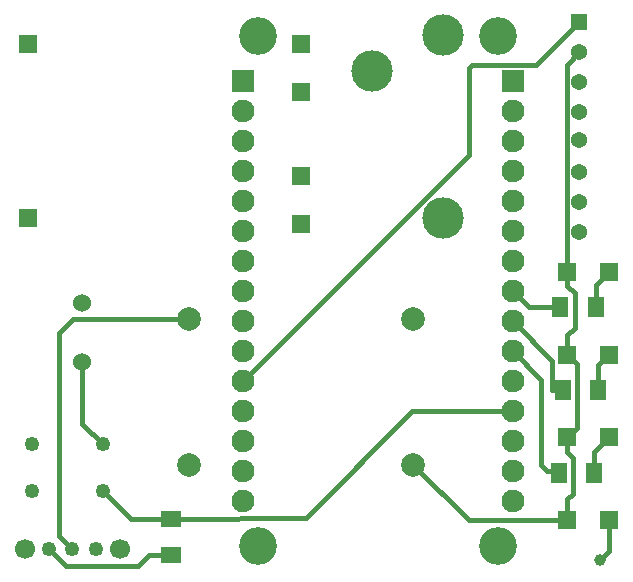
<source format=gtl>
G04*
G04 #@! TF.GenerationSoftware,Altium Limited,Altium Designer,22.0.2 (36)*
G04*
G04 Layer_Physical_Order=1*
G04 Layer_Color=255*
%FSLAX25Y25*%
%MOIN*%
G70*
G04*
G04 #@! TF.SameCoordinates,3FE311A2-DF91-43EC-BEA0-AB145DDAB98B*
G04*
G04*
G04 #@! TF.FilePolarity,Positive*
G04*
G01*
G75*
%ADD28R,0.06890X0.05512*%
%ADD29R,0.05906X0.05906*%
%ADD30R,0.05512X0.06890*%
%ADD31C,0.01500*%
%ADD32C,0.07874*%
%ADD33C,0.04921*%
%ADD34C,0.06000*%
%ADD35C,0.13780*%
%ADD36R,0.05394X0.05394*%
%ADD37C,0.05394*%
%ADD38R,0.06200X0.06200*%
%ADD39C,0.06693*%
%ADD40C,0.12598*%
%ADD41C,0.07598*%
%ADD42R,0.07598X0.07598*%
%ADD43C,0.03937*%
D28*
X262400Y63206D02*
D03*
Y51395D02*
D03*
D29*
X408465Y62992D02*
D03*
X394685D02*
D03*
X408464Y118110D02*
D03*
X394685D02*
D03*
X408465Y145669D02*
D03*
X394685D02*
D03*
X408465Y90551D02*
D03*
X394685D02*
D03*
D30*
X392338Y133858D02*
D03*
X404149D02*
D03*
X393069Y106299D02*
D03*
X404880D02*
D03*
X391732Y78740D02*
D03*
X403543D02*
D03*
D31*
X405512Y49612D02*
X408465Y52565D01*
Y62992D01*
X343234Y81474D02*
X361716Y62992D01*
X394685D01*
X262399Y63341D02*
X307500Y63800D01*
X249032Y63206D02*
X262399Y63341D01*
X388000Y79400D02*
X391732D01*
X389600Y106200D02*
Y116021D01*
Y106200D02*
X393069D01*
X239711Y72526D02*
X249032Y63206D01*
X307500Y63800D02*
X342916Y99216D01*
X376405D01*
X394685Y90551D02*
X397800Y93666D01*
Y114995D01*
X394685Y118110D02*
X397800Y114995D01*
X381763Y133858D02*
X392338D01*
X376405Y139216D02*
X381763Y133858D01*
X229699Y129899D02*
X268431D01*
X225100Y125300D02*
X229699Y129899D01*
X225100Y57700D02*
Y125300D01*
Y57700D02*
X229400Y53400D01*
X403543Y78740D02*
Y85630D01*
X408465Y90551D01*
X404880Y106299D02*
Y114526D01*
X408464Y118110D01*
X404149Y133858D02*
Y141353D01*
X408465Y145669D01*
X232900Y95085D02*
Y115500D01*
Y95085D02*
X239711Y88274D01*
X249032Y63206D02*
X262400D01*
X384180Y214600D02*
X398690Y229110D01*
X362900Y214600D02*
X384180D01*
X361800Y213500D02*
X362900Y214600D01*
X361800Y184610D02*
Y213500D01*
X286405Y109216D02*
X361800Y184610D01*
X393069Y106200D02*
Y106299D01*
X376405Y129216D02*
X389600Y116021D01*
X391732Y78740D02*
Y79400D01*
X386000Y81400D02*
X388000Y79400D01*
X386000Y81400D02*
Y109621D01*
X376405Y119216D02*
X386000Y109621D01*
X394685Y145669D02*
Y154900D01*
X394400Y155185D02*
X394685Y154900D01*
X394400Y155185D02*
Y214820D01*
X398690Y219110D01*
X255200Y51395D02*
X262400D01*
X251505Y47700D02*
X255200Y51395D01*
X227600Y47700D02*
X251505D01*
X221900Y53400D02*
X227600Y47700D01*
X394685Y140915D02*
Y145669D01*
Y140915D02*
X397100Y138500D01*
Y127115D02*
Y138500D01*
X394685Y124700D02*
X397100Y127115D01*
X394685Y118110D02*
Y124700D01*
X394685Y85515D02*
Y90551D01*
Y85515D02*
X396500Y83700D01*
Y71715D02*
Y83700D01*
X394685Y69900D02*
X396500Y71715D01*
X394685Y62992D02*
Y69900D01*
D32*
X268431Y129899D02*
D03*
X343234D02*
D03*
Y81474D02*
D03*
X268431D02*
D03*
D33*
X239711Y88274D02*
D03*
X216089D02*
D03*
X239711Y72526D02*
D03*
X216089D02*
D03*
X221900Y53400D02*
D03*
X229400D02*
D03*
X237400D02*
D03*
D34*
X232900Y115500D02*
D03*
Y135185D02*
D03*
D35*
X353300Y163721D02*
D03*
Y224500D02*
D03*
X329400Y212800D02*
D03*
D36*
X398690Y229110D02*
D03*
D37*
Y219110D02*
D03*
Y209110D02*
D03*
Y199110D02*
D03*
Y189610D02*
D03*
Y179110D02*
D03*
Y169110D02*
D03*
Y159110D02*
D03*
D38*
X214800Y163800D02*
D03*
Y221800D02*
D03*
X305800Y161800D02*
D03*
Y221800D02*
D03*
Y177800D02*
D03*
Y205800D02*
D03*
D39*
X245400Y53400D02*
D03*
X213900D02*
D03*
D40*
X291405Y54216D02*
D03*
X371405D02*
D03*
Y224216D02*
D03*
X291405D02*
D03*
D41*
X376405Y69216D02*
D03*
Y79216D02*
D03*
Y89215D02*
D03*
Y99216D02*
D03*
Y109216D02*
D03*
Y119216D02*
D03*
Y129216D02*
D03*
Y139216D02*
D03*
Y149216D02*
D03*
Y159216D02*
D03*
Y169216D02*
D03*
Y179216D02*
D03*
Y189216D02*
D03*
Y199216D02*
D03*
X286405Y69216D02*
D03*
Y79216D02*
D03*
Y89215D02*
D03*
Y99216D02*
D03*
Y109216D02*
D03*
Y119216D02*
D03*
Y129216D02*
D03*
Y139216D02*
D03*
Y149216D02*
D03*
Y159216D02*
D03*
Y169216D02*
D03*
Y179216D02*
D03*
Y189216D02*
D03*
Y199216D02*
D03*
D42*
X376405Y209215D02*
D03*
X286405D02*
D03*
D43*
X405512Y49612D02*
D03*
M02*

</source>
